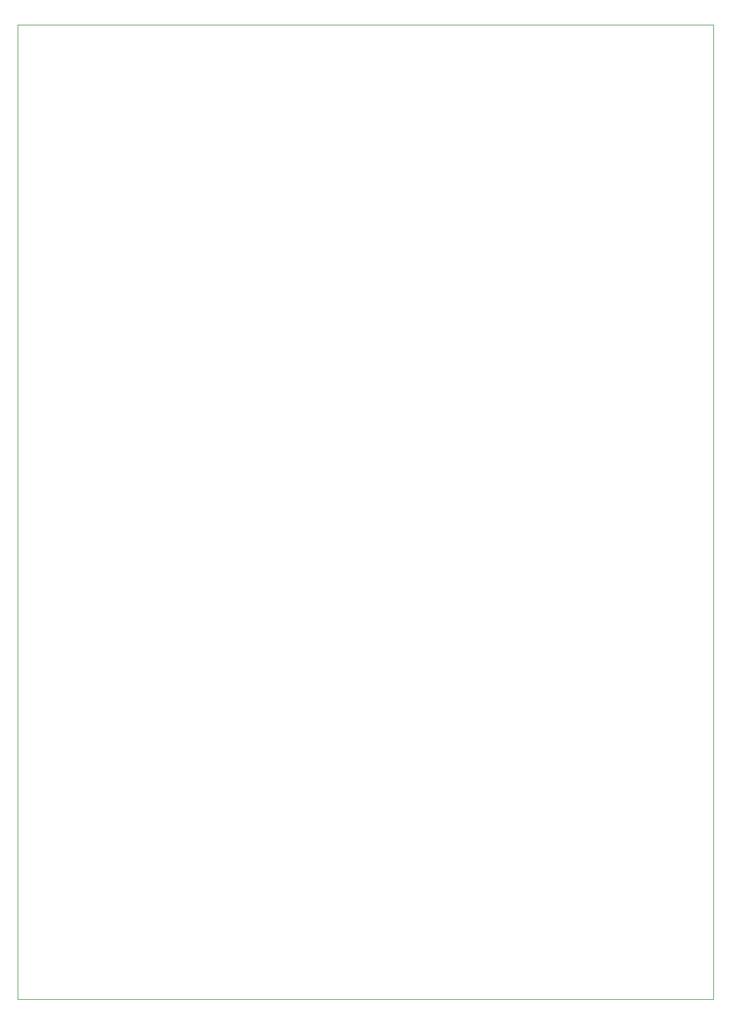
<source format=gbr>
%TF.GenerationSoftware,KiCad,Pcbnew,8.0.6*%
%TF.CreationDate,2024-11-15T08:42:14-05:00*%
%TF.ProjectId,6309-board-prototype-1.kicad_pro,36333039-2d62-46f6-9172-642d70726f74,rev?*%
%TF.SameCoordinates,Original*%
%TF.FileFunction,Profile,NP*%
%FSLAX46Y46*%
G04 Gerber Fmt 4.6, Leading zero omitted, Abs format (unit mm)*
G04 Created by KiCad (PCBNEW 8.0.6) date 2024-11-15 08:42:14*
%MOMM*%
%LPD*%
G01*
G04 APERTURE LIST*
%TA.AperFunction,Profile*%
%ADD10C,0.050000*%
%TD*%
G04 APERTURE END LIST*
D10*
X26250000Y-14250000D02*
X126250000Y-14250000D01*
X126250000Y-154250000D01*
X26250000Y-154250000D01*
X26250000Y-14250000D01*
M02*

</source>
